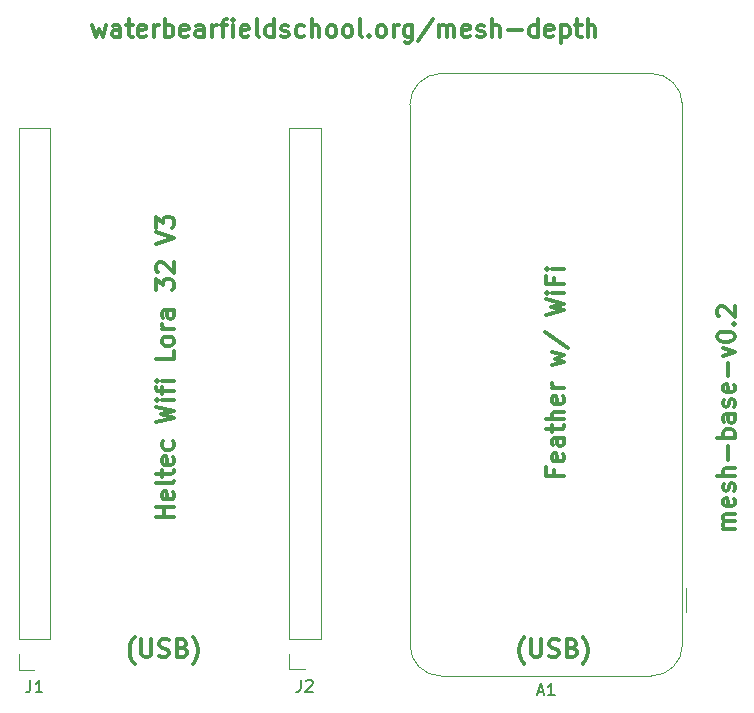
<source format=gbr>
%TF.GenerationSoftware,KiCad,Pcbnew,8.0.6-8.0.6-0~ubuntu24.04.1*%
%TF.CreationDate,2025-03-25T09:50:25-04:00*%
%TF.ProjectId,mesh-base,6d657368-2d62-4617-9365-2e6b69636164,rev?*%
%TF.SameCoordinates,Original*%
%TF.FileFunction,Legend,Top*%
%TF.FilePolarity,Positive*%
%FSLAX46Y46*%
G04 Gerber Fmt 4.6, Leading zero omitted, Abs format (unit mm)*
G04 Created by KiCad (PCBNEW 8.0.6-8.0.6-0~ubuntu24.04.1) date 2025-03-25 09:50:25*
%MOMM*%
%LPD*%
G01*
G04 APERTURE LIST*
%ADD10C,0.300000*%
%ADD11C,0.150000*%
%ADD12C,0.120000*%
G04 APERTURE END LIST*
D10*
X72411653Y-50300828D02*
X72697368Y-51300828D01*
X72697368Y-51300828D02*
X72983082Y-50586542D01*
X72983082Y-50586542D02*
X73268796Y-51300828D01*
X73268796Y-51300828D02*
X73554510Y-50300828D01*
X74768797Y-51300828D02*
X74768797Y-50515114D01*
X74768797Y-50515114D02*
X74697368Y-50372257D01*
X74697368Y-50372257D02*
X74554511Y-50300828D01*
X74554511Y-50300828D02*
X74268797Y-50300828D01*
X74268797Y-50300828D02*
X74125939Y-50372257D01*
X74768797Y-51229400D02*
X74625939Y-51300828D01*
X74625939Y-51300828D02*
X74268797Y-51300828D01*
X74268797Y-51300828D02*
X74125939Y-51229400D01*
X74125939Y-51229400D02*
X74054511Y-51086542D01*
X74054511Y-51086542D02*
X74054511Y-50943685D01*
X74054511Y-50943685D02*
X74125939Y-50800828D01*
X74125939Y-50800828D02*
X74268797Y-50729400D01*
X74268797Y-50729400D02*
X74625939Y-50729400D01*
X74625939Y-50729400D02*
X74768797Y-50657971D01*
X75268797Y-50300828D02*
X75840225Y-50300828D01*
X75483082Y-49800828D02*
X75483082Y-51086542D01*
X75483082Y-51086542D02*
X75554511Y-51229400D01*
X75554511Y-51229400D02*
X75697368Y-51300828D01*
X75697368Y-51300828D02*
X75840225Y-51300828D01*
X76911654Y-51229400D02*
X76768797Y-51300828D01*
X76768797Y-51300828D02*
X76483083Y-51300828D01*
X76483083Y-51300828D02*
X76340225Y-51229400D01*
X76340225Y-51229400D02*
X76268797Y-51086542D01*
X76268797Y-51086542D02*
X76268797Y-50515114D01*
X76268797Y-50515114D02*
X76340225Y-50372257D01*
X76340225Y-50372257D02*
X76483083Y-50300828D01*
X76483083Y-50300828D02*
X76768797Y-50300828D01*
X76768797Y-50300828D02*
X76911654Y-50372257D01*
X76911654Y-50372257D02*
X76983083Y-50515114D01*
X76983083Y-50515114D02*
X76983083Y-50657971D01*
X76983083Y-50657971D02*
X76268797Y-50800828D01*
X77625939Y-51300828D02*
X77625939Y-50300828D01*
X77625939Y-50586542D02*
X77697368Y-50443685D01*
X77697368Y-50443685D02*
X77768797Y-50372257D01*
X77768797Y-50372257D02*
X77911654Y-50300828D01*
X77911654Y-50300828D02*
X78054511Y-50300828D01*
X78554510Y-51300828D02*
X78554510Y-49800828D01*
X78554510Y-50372257D02*
X78697368Y-50300828D01*
X78697368Y-50300828D02*
X78983082Y-50300828D01*
X78983082Y-50300828D02*
X79125939Y-50372257D01*
X79125939Y-50372257D02*
X79197368Y-50443685D01*
X79197368Y-50443685D02*
X79268796Y-50586542D01*
X79268796Y-50586542D02*
X79268796Y-51015114D01*
X79268796Y-51015114D02*
X79197368Y-51157971D01*
X79197368Y-51157971D02*
X79125939Y-51229400D01*
X79125939Y-51229400D02*
X78983082Y-51300828D01*
X78983082Y-51300828D02*
X78697368Y-51300828D01*
X78697368Y-51300828D02*
X78554510Y-51229400D01*
X80483082Y-51229400D02*
X80340225Y-51300828D01*
X80340225Y-51300828D02*
X80054511Y-51300828D01*
X80054511Y-51300828D02*
X79911653Y-51229400D01*
X79911653Y-51229400D02*
X79840225Y-51086542D01*
X79840225Y-51086542D02*
X79840225Y-50515114D01*
X79840225Y-50515114D02*
X79911653Y-50372257D01*
X79911653Y-50372257D02*
X80054511Y-50300828D01*
X80054511Y-50300828D02*
X80340225Y-50300828D01*
X80340225Y-50300828D02*
X80483082Y-50372257D01*
X80483082Y-50372257D02*
X80554511Y-50515114D01*
X80554511Y-50515114D02*
X80554511Y-50657971D01*
X80554511Y-50657971D02*
X79840225Y-50800828D01*
X81840225Y-51300828D02*
X81840225Y-50515114D01*
X81840225Y-50515114D02*
X81768796Y-50372257D01*
X81768796Y-50372257D02*
X81625939Y-50300828D01*
X81625939Y-50300828D02*
X81340225Y-50300828D01*
X81340225Y-50300828D02*
X81197367Y-50372257D01*
X81840225Y-51229400D02*
X81697367Y-51300828D01*
X81697367Y-51300828D02*
X81340225Y-51300828D01*
X81340225Y-51300828D02*
X81197367Y-51229400D01*
X81197367Y-51229400D02*
X81125939Y-51086542D01*
X81125939Y-51086542D02*
X81125939Y-50943685D01*
X81125939Y-50943685D02*
X81197367Y-50800828D01*
X81197367Y-50800828D02*
X81340225Y-50729400D01*
X81340225Y-50729400D02*
X81697367Y-50729400D01*
X81697367Y-50729400D02*
X81840225Y-50657971D01*
X82554510Y-51300828D02*
X82554510Y-50300828D01*
X82554510Y-50586542D02*
X82625939Y-50443685D01*
X82625939Y-50443685D02*
X82697368Y-50372257D01*
X82697368Y-50372257D02*
X82840225Y-50300828D01*
X82840225Y-50300828D02*
X82983082Y-50300828D01*
X83268796Y-50300828D02*
X83840224Y-50300828D01*
X83483081Y-51300828D02*
X83483081Y-50015114D01*
X83483081Y-50015114D02*
X83554510Y-49872257D01*
X83554510Y-49872257D02*
X83697367Y-49800828D01*
X83697367Y-49800828D02*
X83840224Y-49800828D01*
X84340224Y-51300828D02*
X84340224Y-50300828D01*
X84340224Y-49800828D02*
X84268796Y-49872257D01*
X84268796Y-49872257D02*
X84340224Y-49943685D01*
X84340224Y-49943685D02*
X84411653Y-49872257D01*
X84411653Y-49872257D02*
X84340224Y-49800828D01*
X84340224Y-49800828D02*
X84340224Y-49943685D01*
X85625939Y-51229400D02*
X85483082Y-51300828D01*
X85483082Y-51300828D02*
X85197368Y-51300828D01*
X85197368Y-51300828D02*
X85054510Y-51229400D01*
X85054510Y-51229400D02*
X84983082Y-51086542D01*
X84983082Y-51086542D02*
X84983082Y-50515114D01*
X84983082Y-50515114D02*
X85054510Y-50372257D01*
X85054510Y-50372257D02*
X85197368Y-50300828D01*
X85197368Y-50300828D02*
X85483082Y-50300828D01*
X85483082Y-50300828D02*
X85625939Y-50372257D01*
X85625939Y-50372257D02*
X85697368Y-50515114D01*
X85697368Y-50515114D02*
X85697368Y-50657971D01*
X85697368Y-50657971D02*
X84983082Y-50800828D01*
X86554510Y-51300828D02*
X86411653Y-51229400D01*
X86411653Y-51229400D02*
X86340224Y-51086542D01*
X86340224Y-51086542D02*
X86340224Y-49800828D01*
X87768796Y-51300828D02*
X87768796Y-49800828D01*
X87768796Y-51229400D02*
X87625938Y-51300828D01*
X87625938Y-51300828D02*
X87340224Y-51300828D01*
X87340224Y-51300828D02*
X87197367Y-51229400D01*
X87197367Y-51229400D02*
X87125938Y-51157971D01*
X87125938Y-51157971D02*
X87054510Y-51015114D01*
X87054510Y-51015114D02*
X87054510Y-50586542D01*
X87054510Y-50586542D02*
X87125938Y-50443685D01*
X87125938Y-50443685D02*
X87197367Y-50372257D01*
X87197367Y-50372257D02*
X87340224Y-50300828D01*
X87340224Y-50300828D02*
X87625938Y-50300828D01*
X87625938Y-50300828D02*
X87768796Y-50372257D01*
X88411653Y-51229400D02*
X88554510Y-51300828D01*
X88554510Y-51300828D02*
X88840224Y-51300828D01*
X88840224Y-51300828D02*
X88983081Y-51229400D01*
X88983081Y-51229400D02*
X89054510Y-51086542D01*
X89054510Y-51086542D02*
X89054510Y-51015114D01*
X89054510Y-51015114D02*
X88983081Y-50872257D01*
X88983081Y-50872257D02*
X88840224Y-50800828D01*
X88840224Y-50800828D02*
X88625939Y-50800828D01*
X88625939Y-50800828D02*
X88483081Y-50729400D01*
X88483081Y-50729400D02*
X88411653Y-50586542D01*
X88411653Y-50586542D02*
X88411653Y-50515114D01*
X88411653Y-50515114D02*
X88483081Y-50372257D01*
X88483081Y-50372257D02*
X88625939Y-50300828D01*
X88625939Y-50300828D02*
X88840224Y-50300828D01*
X88840224Y-50300828D02*
X88983081Y-50372257D01*
X90340225Y-51229400D02*
X90197367Y-51300828D01*
X90197367Y-51300828D02*
X89911653Y-51300828D01*
X89911653Y-51300828D02*
X89768796Y-51229400D01*
X89768796Y-51229400D02*
X89697367Y-51157971D01*
X89697367Y-51157971D02*
X89625939Y-51015114D01*
X89625939Y-51015114D02*
X89625939Y-50586542D01*
X89625939Y-50586542D02*
X89697367Y-50443685D01*
X89697367Y-50443685D02*
X89768796Y-50372257D01*
X89768796Y-50372257D02*
X89911653Y-50300828D01*
X89911653Y-50300828D02*
X90197367Y-50300828D01*
X90197367Y-50300828D02*
X90340225Y-50372257D01*
X90983081Y-51300828D02*
X90983081Y-49800828D01*
X91625939Y-51300828D02*
X91625939Y-50515114D01*
X91625939Y-50515114D02*
X91554510Y-50372257D01*
X91554510Y-50372257D02*
X91411653Y-50300828D01*
X91411653Y-50300828D02*
X91197367Y-50300828D01*
X91197367Y-50300828D02*
X91054510Y-50372257D01*
X91054510Y-50372257D02*
X90983081Y-50443685D01*
X92554510Y-51300828D02*
X92411653Y-51229400D01*
X92411653Y-51229400D02*
X92340224Y-51157971D01*
X92340224Y-51157971D02*
X92268796Y-51015114D01*
X92268796Y-51015114D02*
X92268796Y-50586542D01*
X92268796Y-50586542D02*
X92340224Y-50443685D01*
X92340224Y-50443685D02*
X92411653Y-50372257D01*
X92411653Y-50372257D02*
X92554510Y-50300828D01*
X92554510Y-50300828D02*
X92768796Y-50300828D01*
X92768796Y-50300828D02*
X92911653Y-50372257D01*
X92911653Y-50372257D02*
X92983082Y-50443685D01*
X92983082Y-50443685D02*
X93054510Y-50586542D01*
X93054510Y-50586542D02*
X93054510Y-51015114D01*
X93054510Y-51015114D02*
X92983082Y-51157971D01*
X92983082Y-51157971D02*
X92911653Y-51229400D01*
X92911653Y-51229400D02*
X92768796Y-51300828D01*
X92768796Y-51300828D02*
X92554510Y-51300828D01*
X93911653Y-51300828D02*
X93768796Y-51229400D01*
X93768796Y-51229400D02*
X93697367Y-51157971D01*
X93697367Y-51157971D02*
X93625939Y-51015114D01*
X93625939Y-51015114D02*
X93625939Y-50586542D01*
X93625939Y-50586542D02*
X93697367Y-50443685D01*
X93697367Y-50443685D02*
X93768796Y-50372257D01*
X93768796Y-50372257D02*
X93911653Y-50300828D01*
X93911653Y-50300828D02*
X94125939Y-50300828D01*
X94125939Y-50300828D02*
X94268796Y-50372257D01*
X94268796Y-50372257D02*
X94340225Y-50443685D01*
X94340225Y-50443685D02*
X94411653Y-50586542D01*
X94411653Y-50586542D02*
X94411653Y-51015114D01*
X94411653Y-51015114D02*
X94340225Y-51157971D01*
X94340225Y-51157971D02*
X94268796Y-51229400D01*
X94268796Y-51229400D02*
X94125939Y-51300828D01*
X94125939Y-51300828D02*
X93911653Y-51300828D01*
X95268796Y-51300828D02*
X95125939Y-51229400D01*
X95125939Y-51229400D02*
X95054510Y-51086542D01*
X95054510Y-51086542D02*
X95054510Y-49800828D01*
X95840224Y-51157971D02*
X95911653Y-51229400D01*
X95911653Y-51229400D02*
X95840224Y-51300828D01*
X95840224Y-51300828D02*
X95768796Y-51229400D01*
X95768796Y-51229400D02*
X95840224Y-51157971D01*
X95840224Y-51157971D02*
X95840224Y-51300828D01*
X96768796Y-51300828D02*
X96625939Y-51229400D01*
X96625939Y-51229400D02*
X96554510Y-51157971D01*
X96554510Y-51157971D02*
X96483082Y-51015114D01*
X96483082Y-51015114D02*
X96483082Y-50586542D01*
X96483082Y-50586542D02*
X96554510Y-50443685D01*
X96554510Y-50443685D02*
X96625939Y-50372257D01*
X96625939Y-50372257D02*
X96768796Y-50300828D01*
X96768796Y-50300828D02*
X96983082Y-50300828D01*
X96983082Y-50300828D02*
X97125939Y-50372257D01*
X97125939Y-50372257D02*
X97197368Y-50443685D01*
X97197368Y-50443685D02*
X97268796Y-50586542D01*
X97268796Y-50586542D02*
X97268796Y-51015114D01*
X97268796Y-51015114D02*
X97197368Y-51157971D01*
X97197368Y-51157971D02*
X97125939Y-51229400D01*
X97125939Y-51229400D02*
X96983082Y-51300828D01*
X96983082Y-51300828D02*
X96768796Y-51300828D01*
X97911653Y-51300828D02*
X97911653Y-50300828D01*
X97911653Y-50586542D02*
X97983082Y-50443685D01*
X97983082Y-50443685D02*
X98054511Y-50372257D01*
X98054511Y-50372257D02*
X98197368Y-50300828D01*
X98197368Y-50300828D02*
X98340225Y-50300828D01*
X99483082Y-50300828D02*
X99483082Y-51515114D01*
X99483082Y-51515114D02*
X99411653Y-51657971D01*
X99411653Y-51657971D02*
X99340224Y-51729400D01*
X99340224Y-51729400D02*
X99197367Y-51800828D01*
X99197367Y-51800828D02*
X98983082Y-51800828D01*
X98983082Y-51800828D02*
X98840224Y-51729400D01*
X99483082Y-51229400D02*
X99340224Y-51300828D01*
X99340224Y-51300828D02*
X99054510Y-51300828D01*
X99054510Y-51300828D02*
X98911653Y-51229400D01*
X98911653Y-51229400D02*
X98840224Y-51157971D01*
X98840224Y-51157971D02*
X98768796Y-51015114D01*
X98768796Y-51015114D02*
X98768796Y-50586542D01*
X98768796Y-50586542D02*
X98840224Y-50443685D01*
X98840224Y-50443685D02*
X98911653Y-50372257D01*
X98911653Y-50372257D02*
X99054510Y-50300828D01*
X99054510Y-50300828D02*
X99340224Y-50300828D01*
X99340224Y-50300828D02*
X99483082Y-50372257D01*
X101268796Y-49729400D02*
X99983082Y-51657971D01*
X101768796Y-51300828D02*
X101768796Y-50300828D01*
X101768796Y-50443685D02*
X101840225Y-50372257D01*
X101840225Y-50372257D02*
X101983082Y-50300828D01*
X101983082Y-50300828D02*
X102197368Y-50300828D01*
X102197368Y-50300828D02*
X102340225Y-50372257D01*
X102340225Y-50372257D02*
X102411654Y-50515114D01*
X102411654Y-50515114D02*
X102411654Y-51300828D01*
X102411654Y-50515114D02*
X102483082Y-50372257D01*
X102483082Y-50372257D02*
X102625939Y-50300828D01*
X102625939Y-50300828D02*
X102840225Y-50300828D01*
X102840225Y-50300828D02*
X102983082Y-50372257D01*
X102983082Y-50372257D02*
X103054511Y-50515114D01*
X103054511Y-50515114D02*
X103054511Y-51300828D01*
X104340225Y-51229400D02*
X104197368Y-51300828D01*
X104197368Y-51300828D02*
X103911654Y-51300828D01*
X103911654Y-51300828D02*
X103768796Y-51229400D01*
X103768796Y-51229400D02*
X103697368Y-51086542D01*
X103697368Y-51086542D02*
X103697368Y-50515114D01*
X103697368Y-50515114D02*
X103768796Y-50372257D01*
X103768796Y-50372257D02*
X103911654Y-50300828D01*
X103911654Y-50300828D02*
X104197368Y-50300828D01*
X104197368Y-50300828D02*
X104340225Y-50372257D01*
X104340225Y-50372257D02*
X104411654Y-50515114D01*
X104411654Y-50515114D02*
X104411654Y-50657971D01*
X104411654Y-50657971D02*
X103697368Y-50800828D01*
X104983082Y-51229400D02*
X105125939Y-51300828D01*
X105125939Y-51300828D02*
X105411653Y-51300828D01*
X105411653Y-51300828D02*
X105554510Y-51229400D01*
X105554510Y-51229400D02*
X105625939Y-51086542D01*
X105625939Y-51086542D02*
X105625939Y-51015114D01*
X105625939Y-51015114D02*
X105554510Y-50872257D01*
X105554510Y-50872257D02*
X105411653Y-50800828D01*
X105411653Y-50800828D02*
X105197368Y-50800828D01*
X105197368Y-50800828D02*
X105054510Y-50729400D01*
X105054510Y-50729400D02*
X104983082Y-50586542D01*
X104983082Y-50586542D02*
X104983082Y-50515114D01*
X104983082Y-50515114D02*
X105054510Y-50372257D01*
X105054510Y-50372257D02*
X105197368Y-50300828D01*
X105197368Y-50300828D02*
X105411653Y-50300828D01*
X105411653Y-50300828D02*
X105554510Y-50372257D01*
X106268796Y-51300828D02*
X106268796Y-49800828D01*
X106911654Y-51300828D02*
X106911654Y-50515114D01*
X106911654Y-50515114D02*
X106840225Y-50372257D01*
X106840225Y-50372257D02*
X106697368Y-50300828D01*
X106697368Y-50300828D02*
X106483082Y-50300828D01*
X106483082Y-50300828D02*
X106340225Y-50372257D01*
X106340225Y-50372257D02*
X106268796Y-50443685D01*
X107625939Y-50729400D02*
X108768797Y-50729400D01*
X110125940Y-51300828D02*
X110125940Y-49800828D01*
X110125940Y-51229400D02*
X109983082Y-51300828D01*
X109983082Y-51300828D02*
X109697368Y-51300828D01*
X109697368Y-51300828D02*
X109554511Y-51229400D01*
X109554511Y-51229400D02*
X109483082Y-51157971D01*
X109483082Y-51157971D02*
X109411654Y-51015114D01*
X109411654Y-51015114D02*
X109411654Y-50586542D01*
X109411654Y-50586542D02*
X109483082Y-50443685D01*
X109483082Y-50443685D02*
X109554511Y-50372257D01*
X109554511Y-50372257D02*
X109697368Y-50300828D01*
X109697368Y-50300828D02*
X109983082Y-50300828D01*
X109983082Y-50300828D02*
X110125940Y-50372257D01*
X111411654Y-51229400D02*
X111268797Y-51300828D01*
X111268797Y-51300828D02*
X110983083Y-51300828D01*
X110983083Y-51300828D02*
X110840225Y-51229400D01*
X110840225Y-51229400D02*
X110768797Y-51086542D01*
X110768797Y-51086542D02*
X110768797Y-50515114D01*
X110768797Y-50515114D02*
X110840225Y-50372257D01*
X110840225Y-50372257D02*
X110983083Y-50300828D01*
X110983083Y-50300828D02*
X111268797Y-50300828D01*
X111268797Y-50300828D02*
X111411654Y-50372257D01*
X111411654Y-50372257D02*
X111483083Y-50515114D01*
X111483083Y-50515114D02*
X111483083Y-50657971D01*
X111483083Y-50657971D02*
X110768797Y-50800828D01*
X112125939Y-50300828D02*
X112125939Y-51800828D01*
X112125939Y-50372257D02*
X112268797Y-50300828D01*
X112268797Y-50300828D02*
X112554511Y-50300828D01*
X112554511Y-50300828D02*
X112697368Y-50372257D01*
X112697368Y-50372257D02*
X112768797Y-50443685D01*
X112768797Y-50443685D02*
X112840225Y-50586542D01*
X112840225Y-50586542D02*
X112840225Y-51015114D01*
X112840225Y-51015114D02*
X112768797Y-51157971D01*
X112768797Y-51157971D02*
X112697368Y-51229400D01*
X112697368Y-51229400D02*
X112554511Y-51300828D01*
X112554511Y-51300828D02*
X112268797Y-51300828D01*
X112268797Y-51300828D02*
X112125939Y-51229400D01*
X113268797Y-50300828D02*
X113840225Y-50300828D01*
X113483082Y-49800828D02*
X113483082Y-51086542D01*
X113483082Y-51086542D02*
X113554511Y-51229400D01*
X113554511Y-51229400D02*
X113697368Y-51300828D01*
X113697368Y-51300828D02*
X113840225Y-51300828D01*
X114340225Y-51300828D02*
X114340225Y-49800828D01*
X114983083Y-51300828D02*
X114983083Y-50515114D01*
X114983083Y-50515114D02*
X114911654Y-50372257D01*
X114911654Y-50372257D02*
X114768797Y-50300828D01*
X114768797Y-50300828D02*
X114554511Y-50300828D01*
X114554511Y-50300828D02*
X114411654Y-50372257D01*
X114411654Y-50372257D02*
X114340225Y-50443685D01*
X126800828Y-92945489D02*
X125800828Y-92945489D01*
X125943685Y-92945489D02*
X125872257Y-92874060D01*
X125872257Y-92874060D02*
X125800828Y-92731203D01*
X125800828Y-92731203D02*
X125800828Y-92516917D01*
X125800828Y-92516917D02*
X125872257Y-92374060D01*
X125872257Y-92374060D02*
X126015114Y-92302632D01*
X126015114Y-92302632D02*
X126800828Y-92302632D01*
X126015114Y-92302632D02*
X125872257Y-92231203D01*
X125872257Y-92231203D02*
X125800828Y-92088346D01*
X125800828Y-92088346D02*
X125800828Y-91874060D01*
X125800828Y-91874060D02*
X125872257Y-91731203D01*
X125872257Y-91731203D02*
X126015114Y-91659774D01*
X126015114Y-91659774D02*
X126800828Y-91659774D01*
X126729400Y-90374060D02*
X126800828Y-90516917D01*
X126800828Y-90516917D02*
X126800828Y-90802632D01*
X126800828Y-90802632D02*
X126729400Y-90945489D01*
X126729400Y-90945489D02*
X126586542Y-91016917D01*
X126586542Y-91016917D02*
X126015114Y-91016917D01*
X126015114Y-91016917D02*
X125872257Y-90945489D01*
X125872257Y-90945489D02*
X125800828Y-90802632D01*
X125800828Y-90802632D02*
X125800828Y-90516917D01*
X125800828Y-90516917D02*
X125872257Y-90374060D01*
X125872257Y-90374060D02*
X126015114Y-90302632D01*
X126015114Y-90302632D02*
X126157971Y-90302632D01*
X126157971Y-90302632D02*
X126300828Y-91016917D01*
X126729400Y-89731203D02*
X126800828Y-89588346D01*
X126800828Y-89588346D02*
X126800828Y-89302632D01*
X126800828Y-89302632D02*
X126729400Y-89159775D01*
X126729400Y-89159775D02*
X126586542Y-89088346D01*
X126586542Y-89088346D02*
X126515114Y-89088346D01*
X126515114Y-89088346D02*
X126372257Y-89159775D01*
X126372257Y-89159775D02*
X126300828Y-89302632D01*
X126300828Y-89302632D02*
X126300828Y-89516918D01*
X126300828Y-89516918D02*
X126229400Y-89659775D01*
X126229400Y-89659775D02*
X126086542Y-89731203D01*
X126086542Y-89731203D02*
X126015114Y-89731203D01*
X126015114Y-89731203D02*
X125872257Y-89659775D01*
X125872257Y-89659775D02*
X125800828Y-89516918D01*
X125800828Y-89516918D02*
X125800828Y-89302632D01*
X125800828Y-89302632D02*
X125872257Y-89159775D01*
X126800828Y-88445489D02*
X125300828Y-88445489D01*
X126800828Y-87802632D02*
X126015114Y-87802632D01*
X126015114Y-87802632D02*
X125872257Y-87874060D01*
X125872257Y-87874060D02*
X125800828Y-88016917D01*
X125800828Y-88016917D02*
X125800828Y-88231203D01*
X125800828Y-88231203D02*
X125872257Y-88374060D01*
X125872257Y-88374060D02*
X125943685Y-88445489D01*
X126229400Y-87088346D02*
X126229400Y-85945489D01*
X126800828Y-85231203D02*
X125300828Y-85231203D01*
X125872257Y-85231203D02*
X125800828Y-85088346D01*
X125800828Y-85088346D02*
X125800828Y-84802631D01*
X125800828Y-84802631D02*
X125872257Y-84659774D01*
X125872257Y-84659774D02*
X125943685Y-84588346D01*
X125943685Y-84588346D02*
X126086542Y-84516917D01*
X126086542Y-84516917D02*
X126515114Y-84516917D01*
X126515114Y-84516917D02*
X126657971Y-84588346D01*
X126657971Y-84588346D02*
X126729400Y-84659774D01*
X126729400Y-84659774D02*
X126800828Y-84802631D01*
X126800828Y-84802631D02*
X126800828Y-85088346D01*
X126800828Y-85088346D02*
X126729400Y-85231203D01*
X126800828Y-83231203D02*
X126015114Y-83231203D01*
X126015114Y-83231203D02*
X125872257Y-83302631D01*
X125872257Y-83302631D02*
X125800828Y-83445488D01*
X125800828Y-83445488D02*
X125800828Y-83731203D01*
X125800828Y-83731203D02*
X125872257Y-83874060D01*
X126729400Y-83231203D02*
X126800828Y-83374060D01*
X126800828Y-83374060D02*
X126800828Y-83731203D01*
X126800828Y-83731203D02*
X126729400Y-83874060D01*
X126729400Y-83874060D02*
X126586542Y-83945488D01*
X126586542Y-83945488D02*
X126443685Y-83945488D01*
X126443685Y-83945488D02*
X126300828Y-83874060D01*
X126300828Y-83874060D02*
X126229400Y-83731203D01*
X126229400Y-83731203D02*
X126229400Y-83374060D01*
X126229400Y-83374060D02*
X126157971Y-83231203D01*
X126729400Y-82588345D02*
X126800828Y-82445488D01*
X126800828Y-82445488D02*
X126800828Y-82159774D01*
X126800828Y-82159774D02*
X126729400Y-82016917D01*
X126729400Y-82016917D02*
X126586542Y-81945488D01*
X126586542Y-81945488D02*
X126515114Y-81945488D01*
X126515114Y-81945488D02*
X126372257Y-82016917D01*
X126372257Y-82016917D02*
X126300828Y-82159774D01*
X126300828Y-82159774D02*
X126300828Y-82374060D01*
X126300828Y-82374060D02*
X126229400Y-82516917D01*
X126229400Y-82516917D02*
X126086542Y-82588345D01*
X126086542Y-82588345D02*
X126015114Y-82588345D01*
X126015114Y-82588345D02*
X125872257Y-82516917D01*
X125872257Y-82516917D02*
X125800828Y-82374060D01*
X125800828Y-82374060D02*
X125800828Y-82159774D01*
X125800828Y-82159774D02*
X125872257Y-82016917D01*
X126729400Y-80731202D02*
X126800828Y-80874059D01*
X126800828Y-80874059D02*
X126800828Y-81159774D01*
X126800828Y-81159774D02*
X126729400Y-81302631D01*
X126729400Y-81302631D02*
X126586542Y-81374059D01*
X126586542Y-81374059D02*
X126015114Y-81374059D01*
X126015114Y-81374059D02*
X125872257Y-81302631D01*
X125872257Y-81302631D02*
X125800828Y-81159774D01*
X125800828Y-81159774D02*
X125800828Y-80874059D01*
X125800828Y-80874059D02*
X125872257Y-80731202D01*
X125872257Y-80731202D02*
X126015114Y-80659774D01*
X126015114Y-80659774D02*
X126157971Y-80659774D01*
X126157971Y-80659774D02*
X126300828Y-81374059D01*
X126229400Y-80016917D02*
X126229400Y-78874060D01*
X125800828Y-78302631D02*
X126800828Y-77945488D01*
X126800828Y-77945488D02*
X125800828Y-77588345D01*
X125300828Y-76731202D02*
X125300828Y-76588345D01*
X125300828Y-76588345D02*
X125372257Y-76445488D01*
X125372257Y-76445488D02*
X125443685Y-76374060D01*
X125443685Y-76374060D02*
X125586542Y-76302631D01*
X125586542Y-76302631D02*
X125872257Y-76231202D01*
X125872257Y-76231202D02*
X126229400Y-76231202D01*
X126229400Y-76231202D02*
X126515114Y-76302631D01*
X126515114Y-76302631D02*
X126657971Y-76374060D01*
X126657971Y-76374060D02*
X126729400Y-76445488D01*
X126729400Y-76445488D02*
X126800828Y-76588345D01*
X126800828Y-76588345D02*
X126800828Y-76731202D01*
X126800828Y-76731202D02*
X126729400Y-76874060D01*
X126729400Y-76874060D02*
X126657971Y-76945488D01*
X126657971Y-76945488D02*
X126515114Y-77016917D01*
X126515114Y-77016917D02*
X126229400Y-77088345D01*
X126229400Y-77088345D02*
X125872257Y-77088345D01*
X125872257Y-77088345D02*
X125586542Y-77016917D01*
X125586542Y-77016917D02*
X125443685Y-76945488D01*
X125443685Y-76945488D02*
X125372257Y-76874060D01*
X125372257Y-76874060D02*
X125300828Y-76731202D01*
X126657971Y-75588346D02*
X126729400Y-75516917D01*
X126729400Y-75516917D02*
X126800828Y-75588346D01*
X126800828Y-75588346D02*
X126729400Y-75659774D01*
X126729400Y-75659774D02*
X126657971Y-75588346D01*
X126657971Y-75588346D02*
X126800828Y-75588346D01*
X125443685Y-74945488D02*
X125372257Y-74874060D01*
X125372257Y-74874060D02*
X125300828Y-74731203D01*
X125300828Y-74731203D02*
X125300828Y-74374060D01*
X125300828Y-74374060D02*
X125372257Y-74231203D01*
X125372257Y-74231203D02*
X125443685Y-74159774D01*
X125443685Y-74159774D02*
X125586542Y-74088345D01*
X125586542Y-74088345D02*
X125729400Y-74088345D01*
X125729400Y-74088345D02*
X125943685Y-74159774D01*
X125943685Y-74159774D02*
X126800828Y-75016917D01*
X126800828Y-75016917D02*
X126800828Y-74088345D01*
X111515114Y-87945489D02*
X111515114Y-88445489D01*
X112300828Y-88445489D02*
X110800828Y-88445489D01*
X110800828Y-88445489D02*
X110800828Y-87731203D01*
X112229400Y-86588346D02*
X112300828Y-86731203D01*
X112300828Y-86731203D02*
X112300828Y-87016918D01*
X112300828Y-87016918D02*
X112229400Y-87159775D01*
X112229400Y-87159775D02*
X112086542Y-87231203D01*
X112086542Y-87231203D02*
X111515114Y-87231203D01*
X111515114Y-87231203D02*
X111372257Y-87159775D01*
X111372257Y-87159775D02*
X111300828Y-87016918D01*
X111300828Y-87016918D02*
X111300828Y-86731203D01*
X111300828Y-86731203D02*
X111372257Y-86588346D01*
X111372257Y-86588346D02*
X111515114Y-86516918D01*
X111515114Y-86516918D02*
X111657971Y-86516918D01*
X111657971Y-86516918D02*
X111800828Y-87231203D01*
X112300828Y-85231204D02*
X111515114Y-85231204D01*
X111515114Y-85231204D02*
X111372257Y-85302632D01*
X111372257Y-85302632D02*
X111300828Y-85445489D01*
X111300828Y-85445489D02*
X111300828Y-85731204D01*
X111300828Y-85731204D02*
X111372257Y-85874061D01*
X112229400Y-85231204D02*
X112300828Y-85374061D01*
X112300828Y-85374061D02*
X112300828Y-85731204D01*
X112300828Y-85731204D02*
X112229400Y-85874061D01*
X112229400Y-85874061D02*
X112086542Y-85945489D01*
X112086542Y-85945489D02*
X111943685Y-85945489D01*
X111943685Y-85945489D02*
X111800828Y-85874061D01*
X111800828Y-85874061D02*
X111729400Y-85731204D01*
X111729400Y-85731204D02*
X111729400Y-85374061D01*
X111729400Y-85374061D02*
X111657971Y-85231204D01*
X111300828Y-84731203D02*
X111300828Y-84159775D01*
X110800828Y-84516918D02*
X112086542Y-84516918D01*
X112086542Y-84516918D02*
X112229400Y-84445489D01*
X112229400Y-84445489D02*
X112300828Y-84302632D01*
X112300828Y-84302632D02*
X112300828Y-84159775D01*
X112300828Y-83659775D02*
X110800828Y-83659775D01*
X112300828Y-83016918D02*
X111515114Y-83016918D01*
X111515114Y-83016918D02*
X111372257Y-83088346D01*
X111372257Y-83088346D02*
X111300828Y-83231203D01*
X111300828Y-83231203D02*
X111300828Y-83445489D01*
X111300828Y-83445489D02*
X111372257Y-83588346D01*
X111372257Y-83588346D02*
X111443685Y-83659775D01*
X112229400Y-81731203D02*
X112300828Y-81874060D01*
X112300828Y-81874060D02*
X112300828Y-82159775D01*
X112300828Y-82159775D02*
X112229400Y-82302632D01*
X112229400Y-82302632D02*
X112086542Y-82374060D01*
X112086542Y-82374060D02*
X111515114Y-82374060D01*
X111515114Y-82374060D02*
X111372257Y-82302632D01*
X111372257Y-82302632D02*
X111300828Y-82159775D01*
X111300828Y-82159775D02*
X111300828Y-81874060D01*
X111300828Y-81874060D02*
X111372257Y-81731203D01*
X111372257Y-81731203D02*
X111515114Y-81659775D01*
X111515114Y-81659775D02*
X111657971Y-81659775D01*
X111657971Y-81659775D02*
X111800828Y-82374060D01*
X112300828Y-81016918D02*
X111300828Y-81016918D01*
X111586542Y-81016918D02*
X111443685Y-80945489D01*
X111443685Y-80945489D02*
X111372257Y-80874061D01*
X111372257Y-80874061D02*
X111300828Y-80731203D01*
X111300828Y-80731203D02*
X111300828Y-80588346D01*
X111300828Y-79088347D02*
X112300828Y-78802633D01*
X112300828Y-78802633D02*
X111586542Y-78516918D01*
X111586542Y-78516918D02*
X112300828Y-78231204D01*
X112300828Y-78231204D02*
X111300828Y-77945490D01*
X110729400Y-76302632D02*
X112657971Y-77588346D01*
X110800828Y-74802632D02*
X112300828Y-74445489D01*
X112300828Y-74445489D02*
X111229400Y-74159775D01*
X111229400Y-74159775D02*
X112300828Y-73874060D01*
X112300828Y-73874060D02*
X110800828Y-73516918D01*
X112300828Y-72945489D02*
X111300828Y-72945489D01*
X110800828Y-72945489D02*
X110872257Y-73016917D01*
X110872257Y-73016917D02*
X110943685Y-72945489D01*
X110943685Y-72945489D02*
X110872257Y-72874060D01*
X110872257Y-72874060D02*
X110800828Y-72945489D01*
X110800828Y-72945489D02*
X110943685Y-72945489D01*
X111515114Y-71731203D02*
X111515114Y-72231203D01*
X112300828Y-72231203D02*
X110800828Y-72231203D01*
X110800828Y-72231203D02*
X110800828Y-71516917D01*
X112300828Y-70945489D02*
X111300828Y-70945489D01*
X110800828Y-70945489D02*
X110872257Y-71016917D01*
X110872257Y-71016917D02*
X110943685Y-70945489D01*
X110943685Y-70945489D02*
X110872257Y-70874060D01*
X110872257Y-70874060D02*
X110800828Y-70945489D01*
X110800828Y-70945489D02*
X110943685Y-70945489D01*
X79300828Y-91945489D02*
X77800828Y-91945489D01*
X78515114Y-91945489D02*
X78515114Y-91088346D01*
X79300828Y-91088346D02*
X77800828Y-91088346D01*
X79229400Y-89802631D02*
X79300828Y-89945488D01*
X79300828Y-89945488D02*
X79300828Y-90231203D01*
X79300828Y-90231203D02*
X79229400Y-90374060D01*
X79229400Y-90374060D02*
X79086542Y-90445488D01*
X79086542Y-90445488D02*
X78515114Y-90445488D01*
X78515114Y-90445488D02*
X78372257Y-90374060D01*
X78372257Y-90374060D02*
X78300828Y-90231203D01*
X78300828Y-90231203D02*
X78300828Y-89945488D01*
X78300828Y-89945488D02*
X78372257Y-89802631D01*
X78372257Y-89802631D02*
X78515114Y-89731203D01*
X78515114Y-89731203D02*
X78657971Y-89731203D01*
X78657971Y-89731203D02*
X78800828Y-90445488D01*
X79300828Y-88874060D02*
X79229400Y-89016917D01*
X79229400Y-89016917D02*
X79086542Y-89088346D01*
X79086542Y-89088346D02*
X77800828Y-89088346D01*
X78300828Y-88516917D02*
X78300828Y-87945489D01*
X77800828Y-88302632D02*
X79086542Y-88302632D01*
X79086542Y-88302632D02*
X79229400Y-88231203D01*
X79229400Y-88231203D02*
X79300828Y-88088346D01*
X79300828Y-88088346D02*
X79300828Y-87945489D01*
X79229400Y-86874060D02*
X79300828Y-87016917D01*
X79300828Y-87016917D02*
X79300828Y-87302632D01*
X79300828Y-87302632D02*
X79229400Y-87445489D01*
X79229400Y-87445489D02*
X79086542Y-87516917D01*
X79086542Y-87516917D02*
X78515114Y-87516917D01*
X78515114Y-87516917D02*
X78372257Y-87445489D01*
X78372257Y-87445489D02*
X78300828Y-87302632D01*
X78300828Y-87302632D02*
X78300828Y-87016917D01*
X78300828Y-87016917D02*
X78372257Y-86874060D01*
X78372257Y-86874060D02*
X78515114Y-86802632D01*
X78515114Y-86802632D02*
X78657971Y-86802632D01*
X78657971Y-86802632D02*
X78800828Y-87516917D01*
X79229400Y-85516918D02*
X79300828Y-85659775D01*
X79300828Y-85659775D02*
X79300828Y-85945489D01*
X79300828Y-85945489D02*
X79229400Y-86088346D01*
X79229400Y-86088346D02*
X79157971Y-86159775D01*
X79157971Y-86159775D02*
X79015114Y-86231203D01*
X79015114Y-86231203D02*
X78586542Y-86231203D01*
X78586542Y-86231203D02*
X78443685Y-86159775D01*
X78443685Y-86159775D02*
X78372257Y-86088346D01*
X78372257Y-86088346D02*
X78300828Y-85945489D01*
X78300828Y-85945489D02*
X78300828Y-85659775D01*
X78300828Y-85659775D02*
X78372257Y-85516918D01*
X77800828Y-83874061D02*
X79300828Y-83516918D01*
X79300828Y-83516918D02*
X78229400Y-83231204D01*
X78229400Y-83231204D02*
X79300828Y-82945489D01*
X79300828Y-82945489D02*
X77800828Y-82588347D01*
X79300828Y-82016918D02*
X78300828Y-82016918D01*
X77800828Y-82016918D02*
X77872257Y-82088346D01*
X77872257Y-82088346D02*
X77943685Y-82016918D01*
X77943685Y-82016918D02*
X77872257Y-81945489D01*
X77872257Y-81945489D02*
X77800828Y-82016918D01*
X77800828Y-82016918D02*
X77943685Y-82016918D01*
X78300828Y-81516917D02*
X78300828Y-80945489D01*
X79300828Y-81302632D02*
X78015114Y-81302632D01*
X78015114Y-81302632D02*
X77872257Y-81231203D01*
X77872257Y-81231203D02*
X77800828Y-81088346D01*
X77800828Y-81088346D02*
X77800828Y-80945489D01*
X79300828Y-80445489D02*
X78300828Y-80445489D01*
X77800828Y-80445489D02*
X77872257Y-80516917D01*
X77872257Y-80516917D02*
X77943685Y-80445489D01*
X77943685Y-80445489D02*
X77872257Y-80374060D01*
X77872257Y-80374060D02*
X77800828Y-80445489D01*
X77800828Y-80445489D02*
X77943685Y-80445489D01*
X79300828Y-77874060D02*
X79300828Y-78588346D01*
X79300828Y-78588346D02*
X77800828Y-78588346D01*
X79300828Y-77159774D02*
X79229400Y-77302631D01*
X79229400Y-77302631D02*
X79157971Y-77374060D01*
X79157971Y-77374060D02*
X79015114Y-77445488D01*
X79015114Y-77445488D02*
X78586542Y-77445488D01*
X78586542Y-77445488D02*
X78443685Y-77374060D01*
X78443685Y-77374060D02*
X78372257Y-77302631D01*
X78372257Y-77302631D02*
X78300828Y-77159774D01*
X78300828Y-77159774D02*
X78300828Y-76945488D01*
X78300828Y-76945488D02*
X78372257Y-76802631D01*
X78372257Y-76802631D02*
X78443685Y-76731203D01*
X78443685Y-76731203D02*
X78586542Y-76659774D01*
X78586542Y-76659774D02*
X79015114Y-76659774D01*
X79015114Y-76659774D02*
X79157971Y-76731203D01*
X79157971Y-76731203D02*
X79229400Y-76802631D01*
X79229400Y-76802631D02*
X79300828Y-76945488D01*
X79300828Y-76945488D02*
X79300828Y-77159774D01*
X79300828Y-76016917D02*
X78300828Y-76016917D01*
X78586542Y-76016917D02*
X78443685Y-75945488D01*
X78443685Y-75945488D02*
X78372257Y-75874060D01*
X78372257Y-75874060D02*
X78300828Y-75731202D01*
X78300828Y-75731202D02*
X78300828Y-75588345D01*
X79300828Y-74445489D02*
X78515114Y-74445489D01*
X78515114Y-74445489D02*
X78372257Y-74516917D01*
X78372257Y-74516917D02*
X78300828Y-74659774D01*
X78300828Y-74659774D02*
X78300828Y-74945489D01*
X78300828Y-74945489D02*
X78372257Y-75088346D01*
X79229400Y-74445489D02*
X79300828Y-74588346D01*
X79300828Y-74588346D02*
X79300828Y-74945489D01*
X79300828Y-74945489D02*
X79229400Y-75088346D01*
X79229400Y-75088346D02*
X79086542Y-75159774D01*
X79086542Y-75159774D02*
X78943685Y-75159774D01*
X78943685Y-75159774D02*
X78800828Y-75088346D01*
X78800828Y-75088346D02*
X78729400Y-74945489D01*
X78729400Y-74945489D02*
X78729400Y-74588346D01*
X78729400Y-74588346D02*
X78657971Y-74445489D01*
X77800828Y-72731203D02*
X77800828Y-71802631D01*
X77800828Y-71802631D02*
X78372257Y-72302631D01*
X78372257Y-72302631D02*
X78372257Y-72088346D01*
X78372257Y-72088346D02*
X78443685Y-71945489D01*
X78443685Y-71945489D02*
X78515114Y-71874060D01*
X78515114Y-71874060D02*
X78657971Y-71802631D01*
X78657971Y-71802631D02*
X79015114Y-71802631D01*
X79015114Y-71802631D02*
X79157971Y-71874060D01*
X79157971Y-71874060D02*
X79229400Y-71945489D01*
X79229400Y-71945489D02*
X79300828Y-72088346D01*
X79300828Y-72088346D02*
X79300828Y-72516917D01*
X79300828Y-72516917D02*
X79229400Y-72659774D01*
X79229400Y-72659774D02*
X79157971Y-72731203D01*
X77943685Y-71231203D02*
X77872257Y-71159775D01*
X77872257Y-71159775D02*
X77800828Y-71016918D01*
X77800828Y-71016918D02*
X77800828Y-70659775D01*
X77800828Y-70659775D02*
X77872257Y-70516918D01*
X77872257Y-70516918D02*
X77943685Y-70445489D01*
X77943685Y-70445489D02*
X78086542Y-70374060D01*
X78086542Y-70374060D02*
X78229400Y-70374060D01*
X78229400Y-70374060D02*
X78443685Y-70445489D01*
X78443685Y-70445489D02*
X79300828Y-71302632D01*
X79300828Y-71302632D02*
X79300828Y-70374060D01*
X77800828Y-68802632D02*
X79300828Y-68302632D01*
X79300828Y-68302632D02*
X77800828Y-67802632D01*
X77800828Y-67445490D02*
X77800828Y-66516918D01*
X77800828Y-66516918D02*
X78372257Y-67016918D01*
X78372257Y-67016918D02*
X78372257Y-66802633D01*
X78372257Y-66802633D02*
X78443685Y-66659776D01*
X78443685Y-66659776D02*
X78515114Y-66588347D01*
X78515114Y-66588347D02*
X78657971Y-66516918D01*
X78657971Y-66516918D02*
X79015114Y-66516918D01*
X79015114Y-66516918D02*
X79157971Y-66588347D01*
X79157971Y-66588347D02*
X79229400Y-66659776D01*
X79229400Y-66659776D02*
X79300828Y-66802633D01*
X79300828Y-66802633D02*
X79300828Y-67231204D01*
X79300828Y-67231204D02*
X79229400Y-67374061D01*
X79229400Y-67374061D02*
X79157971Y-67445490D01*
X108983082Y-104372257D02*
X108911653Y-104300828D01*
X108911653Y-104300828D02*
X108768796Y-104086542D01*
X108768796Y-104086542D02*
X108697368Y-103943685D01*
X108697368Y-103943685D02*
X108625939Y-103729400D01*
X108625939Y-103729400D02*
X108554510Y-103372257D01*
X108554510Y-103372257D02*
X108554510Y-103086542D01*
X108554510Y-103086542D02*
X108625939Y-102729400D01*
X108625939Y-102729400D02*
X108697368Y-102515114D01*
X108697368Y-102515114D02*
X108768796Y-102372257D01*
X108768796Y-102372257D02*
X108911653Y-102157971D01*
X108911653Y-102157971D02*
X108983082Y-102086542D01*
X109554510Y-102300828D02*
X109554510Y-103515114D01*
X109554510Y-103515114D02*
X109625939Y-103657971D01*
X109625939Y-103657971D02*
X109697368Y-103729400D01*
X109697368Y-103729400D02*
X109840225Y-103800828D01*
X109840225Y-103800828D02*
X110125939Y-103800828D01*
X110125939Y-103800828D02*
X110268796Y-103729400D01*
X110268796Y-103729400D02*
X110340225Y-103657971D01*
X110340225Y-103657971D02*
X110411653Y-103515114D01*
X110411653Y-103515114D02*
X110411653Y-102300828D01*
X111054511Y-103729400D02*
X111268797Y-103800828D01*
X111268797Y-103800828D02*
X111625939Y-103800828D01*
X111625939Y-103800828D02*
X111768797Y-103729400D01*
X111768797Y-103729400D02*
X111840225Y-103657971D01*
X111840225Y-103657971D02*
X111911654Y-103515114D01*
X111911654Y-103515114D02*
X111911654Y-103372257D01*
X111911654Y-103372257D02*
X111840225Y-103229400D01*
X111840225Y-103229400D02*
X111768797Y-103157971D01*
X111768797Y-103157971D02*
X111625939Y-103086542D01*
X111625939Y-103086542D02*
X111340225Y-103015114D01*
X111340225Y-103015114D02*
X111197368Y-102943685D01*
X111197368Y-102943685D02*
X111125939Y-102872257D01*
X111125939Y-102872257D02*
X111054511Y-102729400D01*
X111054511Y-102729400D02*
X111054511Y-102586542D01*
X111054511Y-102586542D02*
X111125939Y-102443685D01*
X111125939Y-102443685D02*
X111197368Y-102372257D01*
X111197368Y-102372257D02*
X111340225Y-102300828D01*
X111340225Y-102300828D02*
X111697368Y-102300828D01*
X111697368Y-102300828D02*
X111911654Y-102372257D01*
X113054510Y-103015114D02*
X113268796Y-103086542D01*
X113268796Y-103086542D02*
X113340225Y-103157971D01*
X113340225Y-103157971D02*
X113411653Y-103300828D01*
X113411653Y-103300828D02*
X113411653Y-103515114D01*
X113411653Y-103515114D02*
X113340225Y-103657971D01*
X113340225Y-103657971D02*
X113268796Y-103729400D01*
X113268796Y-103729400D02*
X113125939Y-103800828D01*
X113125939Y-103800828D02*
X112554510Y-103800828D01*
X112554510Y-103800828D02*
X112554510Y-102300828D01*
X112554510Y-102300828D02*
X113054510Y-102300828D01*
X113054510Y-102300828D02*
X113197368Y-102372257D01*
X113197368Y-102372257D02*
X113268796Y-102443685D01*
X113268796Y-102443685D02*
X113340225Y-102586542D01*
X113340225Y-102586542D02*
X113340225Y-102729400D01*
X113340225Y-102729400D02*
X113268796Y-102872257D01*
X113268796Y-102872257D02*
X113197368Y-102943685D01*
X113197368Y-102943685D02*
X113054510Y-103015114D01*
X113054510Y-103015114D02*
X112554510Y-103015114D01*
X113911653Y-104372257D02*
X113983082Y-104300828D01*
X113983082Y-104300828D02*
X114125939Y-104086542D01*
X114125939Y-104086542D02*
X114197368Y-103943685D01*
X114197368Y-103943685D02*
X114268796Y-103729400D01*
X114268796Y-103729400D02*
X114340225Y-103372257D01*
X114340225Y-103372257D02*
X114340225Y-103086542D01*
X114340225Y-103086542D02*
X114268796Y-102729400D01*
X114268796Y-102729400D02*
X114197368Y-102515114D01*
X114197368Y-102515114D02*
X114125939Y-102372257D01*
X114125939Y-102372257D02*
X113983082Y-102157971D01*
X113983082Y-102157971D02*
X113911653Y-102086542D01*
X75983082Y-104372257D02*
X75911653Y-104300828D01*
X75911653Y-104300828D02*
X75768796Y-104086542D01*
X75768796Y-104086542D02*
X75697368Y-103943685D01*
X75697368Y-103943685D02*
X75625939Y-103729400D01*
X75625939Y-103729400D02*
X75554510Y-103372257D01*
X75554510Y-103372257D02*
X75554510Y-103086542D01*
X75554510Y-103086542D02*
X75625939Y-102729400D01*
X75625939Y-102729400D02*
X75697368Y-102515114D01*
X75697368Y-102515114D02*
X75768796Y-102372257D01*
X75768796Y-102372257D02*
X75911653Y-102157971D01*
X75911653Y-102157971D02*
X75983082Y-102086542D01*
X76554510Y-102300828D02*
X76554510Y-103515114D01*
X76554510Y-103515114D02*
X76625939Y-103657971D01*
X76625939Y-103657971D02*
X76697368Y-103729400D01*
X76697368Y-103729400D02*
X76840225Y-103800828D01*
X76840225Y-103800828D02*
X77125939Y-103800828D01*
X77125939Y-103800828D02*
X77268796Y-103729400D01*
X77268796Y-103729400D02*
X77340225Y-103657971D01*
X77340225Y-103657971D02*
X77411653Y-103515114D01*
X77411653Y-103515114D02*
X77411653Y-102300828D01*
X78054511Y-103729400D02*
X78268797Y-103800828D01*
X78268797Y-103800828D02*
X78625939Y-103800828D01*
X78625939Y-103800828D02*
X78768797Y-103729400D01*
X78768797Y-103729400D02*
X78840225Y-103657971D01*
X78840225Y-103657971D02*
X78911654Y-103515114D01*
X78911654Y-103515114D02*
X78911654Y-103372257D01*
X78911654Y-103372257D02*
X78840225Y-103229400D01*
X78840225Y-103229400D02*
X78768797Y-103157971D01*
X78768797Y-103157971D02*
X78625939Y-103086542D01*
X78625939Y-103086542D02*
X78340225Y-103015114D01*
X78340225Y-103015114D02*
X78197368Y-102943685D01*
X78197368Y-102943685D02*
X78125939Y-102872257D01*
X78125939Y-102872257D02*
X78054511Y-102729400D01*
X78054511Y-102729400D02*
X78054511Y-102586542D01*
X78054511Y-102586542D02*
X78125939Y-102443685D01*
X78125939Y-102443685D02*
X78197368Y-102372257D01*
X78197368Y-102372257D02*
X78340225Y-102300828D01*
X78340225Y-102300828D02*
X78697368Y-102300828D01*
X78697368Y-102300828D02*
X78911654Y-102372257D01*
X80054510Y-103015114D02*
X80268796Y-103086542D01*
X80268796Y-103086542D02*
X80340225Y-103157971D01*
X80340225Y-103157971D02*
X80411653Y-103300828D01*
X80411653Y-103300828D02*
X80411653Y-103515114D01*
X80411653Y-103515114D02*
X80340225Y-103657971D01*
X80340225Y-103657971D02*
X80268796Y-103729400D01*
X80268796Y-103729400D02*
X80125939Y-103800828D01*
X80125939Y-103800828D02*
X79554510Y-103800828D01*
X79554510Y-103800828D02*
X79554510Y-102300828D01*
X79554510Y-102300828D02*
X80054510Y-102300828D01*
X80054510Y-102300828D02*
X80197368Y-102372257D01*
X80197368Y-102372257D02*
X80268796Y-102443685D01*
X80268796Y-102443685D02*
X80340225Y-102586542D01*
X80340225Y-102586542D02*
X80340225Y-102729400D01*
X80340225Y-102729400D02*
X80268796Y-102872257D01*
X80268796Y-102872257D02*
X80197368Y-102943685D01*
X80197368Y-102943685D02*
X80054510Y-103015114D01*
X80054510Y-103015114D02*
X79554510Y-103015114D01*
X80911653Y-104372257D02*
X80983082Y-104300828D01*
X80983082Y-104300828D02*
X81125939Y-104086542D01*
X81125939Y-104086542D02*
X81197368Y-103943685D01*
X81197368Y-103943685D02*
X81268796Y-103729400D01*
X81268796Y-103729400D02*
X81340225Y-103372257D01*
X81340225Y-103372257D02*
X81340225Y-103086542D01*
X81340225Y-103086542D02*
X81268796Y-102729400D01*
X81268796Y-102729400D02*
X81197368Y-102515114D01*
X81197368Y-102515114D02*
X81125939Y-102372257D01*
X81125939Y-102372257D02*
X80983082Y-102157971D01*
X80983082Y-102157971D02*
X80911653Y-102086542D01*
D11*
X90066666Y-105724819D02*
X90066666Y-106439104D01*
X90066666Y-106439104D02*
X90019047Y-106581961D01*
X90019047Y-106581961D02*
X89923809Y-106677200D01*
X89923809Y-106677200D02*
X89780952Y-106724819D01*
X89780952Y-106724819D02*
X89685714Y-106724819D01*
X90495238Y-105820057D02*
X90542857Y-105772438D01*
X90542857Y-105772438D02*
X90638095Y-105724819D01*
X90638095Y-105724819D02*
X90876190Y-105724819D01*
X90876190Y-105724819D02*
X90971428Y-105772438D01*
X90971428Y-105772438D02*
X91019047Y-105820057D01*
X91019047Y-105820057D02*
X91066666Y-105915295D01*
X91066666Y-105915295D02*
X91066666Y-106010533D01*
X91066666Y-106010533D02*
X91019047Y-106153390D01*
X91019047Y-106153390D02*
X90447619Y-106724819D01*
X90447619Y-106724819D02*
X91066666Y-106724819D01*
X67166666Y-105764819D02*
X67166666Y-106479104D01*
X67166666Y-106479104D02*
X67119047Y-106621961D01*
X67119047Y-106621961D02*
X67023809Y-106717200D01*
X67023809Y-106717200D02*
X66880952Y-106764819D01*
X66880952Y-106764819D02*
X66785714Y-106764819D01*
X68166666Y-106764819D02*
X67595238Y-106764819D01*
X67880952Y-106764819D02*
X67880952Y-105764819D01*
X67880952Y-105764819D02*
X67785714Y-105907676D01*
X67785714Y-105907676D02*
X67690476Y-106002914D01*
X67690476Y-106002914D02*
X67595238Y-106050533D01*
X110115714Y-106729104D02*
X110591904Y-106729104D01*
X110020476Y-107014819D02*
X110353809Y-106014819D01*
X110353809Y-106014819D02*
X110687142Y-107014819D01*
X111544285Y-107014819D02*
X110972857Y-107014819D01*
X111258571Y-107014819D02*
X111258571Y-106014819D01*
X111258571Y-106014819D02*
X111163333Y-106157676D01*
X111163333Y-106157676D02*
X111068095Y-106252914D01*
X111068095Y-106252914D02*
X110972857Y-106300533D01*
D12*
%TO.C,J2*%
X91730000Y-102230000D02*
X91730000Y-58990000D01*
X91730000Y-102230000D02*
X89070000Y-102230000D01*
X91730000Y-58990000D02*
X89070000Y-58990000D01*
X90400000Y-104830000D02*
X89070000Y-104830000D01*
X89070000Y-104830000D02*
X89070000Y-103500000D01*
X89070000Y-102230000D02*
X89070000Y-58990000D01*
%TO.C,J1*%
X68830000Y-102270000D02*
X68830000Y-59030000D01*
X68830000Y-102270000D02*
X66170000Y-102270000D01*
X68830000Y-59030000D02*
X66170000Y-59030000D01*
X67500000Y-104870000D02*
X66170000Y-104870000D01*
X66170000Y-104870000D02*
X66170000Y-103540000D01*
X66170000Y-102270000D02*
X66170000Y-59030000D01*
%TO.C,A1*%
X99290000Y-57030000D02*
G75*
G02*
X101940000Y-54380000I2650000J0D01*
G01*
X101940000Y-105400000D02*
G75*
G02*
X99290000Y-102750000I0J2650000D01*
G01*
X119720000Y-54380000D02*
G75*
G02*
X122370000Y-57030000I0J-2650000D01*
G01*
X122370000Y-102750000D02*
G75*
G02*
X119720000Y-105400000I-2650000J0D01*
G01*
X99290000Y-102750000D02*
X99290000Y-57030000D01*
X101940000Y-54380000D02*
X119720000Y-54380000D01*
X101940000Y-105400000D02*
X119720000Y-105400000D01*
X122370000Y-102750000D02*
X122370000Y-57030000D01*
X122690000Y-97940000D02*
X122690000Y-99940000D01*
%TD*%
M02*

</source>
